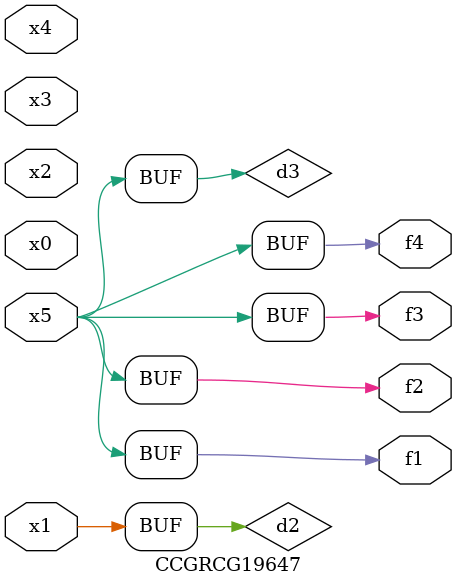
<source format=v>
module CCGRCG19647(
	input x0, x1, x2, x3, x4, x5,
	output f1, f2, f3, f4
);

	wire d1, d2, d3;

	not (d1, x5);
	or (d2, x1);
	xnor (d3, d1);
	assign f1 = d3;
	assign f2 = d3;
	assign f3 = d3;
	assign f4 = d3;
endmodule

</source>
